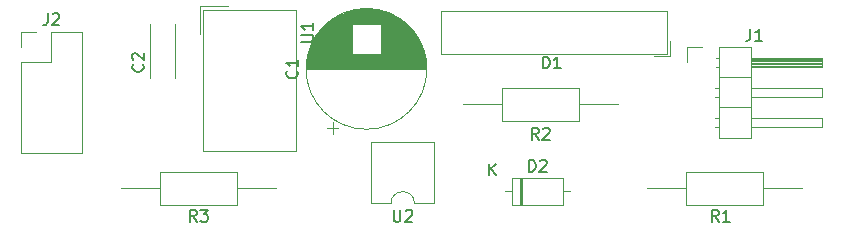
<source format=gbr>
%TF.GenerationSoftware,KiCad,Pcbnew,(5.1.10)-1*%
%TF.CreationDate,2021-06-01T20:42:40+02:00*%
%TF.ProjectId,smart-telefon,736d6172-742d-4746-956c-65666f6e2e6b,1.*%
%TF.SameCoordinates,Original*%
%TF.FileFunction,Legend,Top*%
%TF.FilePolarity,Positive*%
%FSLAX46Y46*%
G04 Gerber Fmt 4.6, Leading zero omitted, Abs format (unit mm)*
G04 Created by KiCad (PCBNEW (5.1.10)-1) date 2021-06-01 20:42:40*
%MOMM*%
%LPD*%
G01*
G04 APERTURE LIST*
%ADD10C,0.120000*%
%ADD11C,0.150000*%
G04 APERTURE END LIST*
D10*
%TO.C,C1*%
X110925000Y-72075646D02*
X111925000Y-72075646D01*
X111425000Y-72575646D02*
X111425000Y-71575646D01*
X113701000Y-62015000D02*
X114899000Y-62015000D01*
X113438000Y-62055000D02*
X115162000Y-62055000D01*
X113238000Y-62095000D02*
X115362000Y-62095000D01*
X113070000Y-62135000D02*
X115530000Y-62135000D01*
X112922000Y-62175000D02*
X115678000Y-62175000D01*
X112790000Y-62215000D02*
X115810000Y-62215000D01*
X112670000Y-62255000D02*
X115930000Y-62255000D01*
X112558000Y-62295000D02*
X116042000Y-62295000D01*
X112454000Y-62335000D02*
X116146000Y-62335000D01*
X112356000Y-62375000D02*
X116244000Y-62375000D01*
X112263000Y-62415000D02*
X116337000Y-62415000D01*
X112175000Y-62455000D02*
X116425000Y-62455000D01*
X112091000Y-62495000D02*
X116509000Y-62495000D01*
X112011000Y-62535000D02*
X116589000Y-62535000D01*
X111935000Y-62575000D02*
X116665000Y-62575000D01*
X111861000Y-62615000D02*
X116739000Y-62615000D01*
X111790000Y-62655000D02*
X116810000Y-62655000D01*
X111721000Y-62695000D02*
X116879000Y-62695000D01*
X111655000Y-62735000D02*
X116945000Y-62735000D01*
X111591000Y-62775000D02*
X117009000Y-62775000D01*
X111530000Y-62815000D02*
X117070000Y-62815000D01*
X111470000Y-62855000D02*
X117130000Y-62855000D01*
X111411000Y-62895000D02*
X117189000Y-62895000D01*
X111355000Y-62935000D02*
X117245000Y-62935000D01*
X111300000Y-62975000D02*
X117300000Y-62975000D01*
X111246000Y-63015000D02*
X117354000Y-63015000D01*
X111194000Y-63055000D02*
X117406000Y-63055000D01*
X111144000Y-63095000D02*
X117456000Y-63095000D01*
X111094000Y-63135000D02*
X117506000Y-63135000D01*
X111046000Y-63175000D02*
X117554000Y-63175000D01*
X110999000Y-63215000D02*
X117601000Y-63215000D01*
X110953000Y-63255000D02*
X117647000Y-63255000D01*
X110908000Y-63295000D02*
X117692000Y-63295000D01*
X110864000Y-63335000D02*
X117736000Y-63335000D01*
X115541000Y-63375000D02*
X117778000Y-63375000D01*
X110822000Y-63375000D02*
X113059000Y-63375000D01*
X115541000Y-63415000D02*
X117820000Y-63415000D01*
X110780000Y-63415000D02*
X113059000Y-63415000D01*
X115541000Y-63455000D02*
X117861000Y-63455000D01*
X110739000Y-63455000D02*
X113059000Y-63455000D01*
X115541000Y-63495000D02*
X117901000Y-63495000D01*
X110699000Y-63495000D02*
X113059000Y-63495000D01*
X115541000Y-63535000D02*
X117940000Y-63535000D01*
X110660000Y-63535000D02*
X113059000Y-63535000D01*
X115541000Y-63575000D02*
X117979000Y-63575000D01*
X110621000Y-63575000D02*
X113059000Y-63575000D01*
X115541000Y-63615000D02*
X118016000Y-63615000D01*
X110584000Y-63615000D02*
X113059000Y-63615000D01*
X115541000Y-63655000D02*
X118053000Y-63655000D01*
X110547000Y-63655000D02*
X113059000Y-63655000D01*
X115541000Y-63695000D02*
X118089000Y-63695000D01*
X110511000Y-63695000D02*
X113059000Y-63695000D01*
X115541000Y-63735000D02*
X118124000Y-63735000D01*
X110476000Y-63735000D02*
X113059000Y-63735000D01*
X115541000Y-63775000D02*
X118158000Y-63775000D01*
X110442000Y-63775000D02*
X113059000Y-63775000D01*
X115541000Y-63815000D02*
X118192000Y-63815000D01*
X110408000Y-63815000D02*
X113059000Y-63815000D01*
X115541000Y-63855000D02*
X118225000Y-63855000D01*
X110375000Y-63855000D02*
X113059000Y-63855000D01*
X115541000Y-63895000D02*
X118257000Y-63895000D01*
X110343000Y-63895000D02*
X113059000Y-63895000D01*
X115541000Y-63935000D02*
X118289000Y-63935000D01*
X110311000Y-63935000D02*
X113059000Y-63935000D01*
X115541000Y-63975000D02*
X118320000Y-63975000D01*
X110280000Y-63975000D02*
X113059000Y-63975000D01*
X115541000Y-64015000D02*
X118350000Y-64015000D01*
X110250000Y-64015000D02*
X113059000Y-64015000D01*
X115541000Y-64055000D02*
X118380000Y-64055000D01*
X110220000Y-64055000D02*
X113059000Y-64055000D01*
X115541000Y-64095000D02*
X118410000Y-64095000D01*
X110190000Y-64095000D02*
X113059000Y-64095000D01*
X115541000Y-64135000D02*
X118438000Y-64135000D01*
X110162000Y-64135000D02*
X113059000Y-64135000D01*
X115541000Y-64175000D02*
X118466000Y-64175000D01*
X110134000Y-64175000D02*
X113059000Y-64175000D01*
X115541000Y-64215000D02*
X118494000Y-64215000D01*
X110106000Y-64215000D02*
X113059000Y-64215000D01*
X115541000Y-64255000D02*
X118521000Y-64255000D01*
X110079000Y-64255000D02*
X113059000Y-64255000D01*
X115541000Y-64295000D02*
X118547000Y-64295000D01*
X110053000Y-64295000D02*
X113059000Y-64295000D01*
X115541000Y-64335000D02*
X118573000Y-64335000D01*
X110027000Y-64335000D02*
X113059000Y-64335000D01*
X115541000Y-64375000D02*
X118598000Y-64375000D01*
X110002000Y-64375000D02*
X113059000Y-64375000D01*
X115541000Y-64415000D02*
X118623000Y-64415000D01*
X109977000Y-64415000D02*
X113059000Y-64415000D01*
X115541000Y-64455000D02*
X118647000Y-64455000D01*
X109953000Y-64455000D02*
X113059000Y-64455000D01*
X115541000Y-64495000D02*
X118671000Y-64495000D01*
X109929000Y-64495000D02*
X113059000Y-64495000D01*
X115541000Y-64535000D02*
X118695000Y-64535000D01*
X109905000Y-64535000D02*
X113059000Y-64535000D01*
X115541000Y-64575000D02*
X118717000Y-64575000D01*
X109883000Y-64575000D02*
X113059000Y-64575000D01*
X115541000Y-64615000D02*
X118740000Y-64615000D01*
X109860000Y-64615000D02*
X113059000Y-64615000D01*
X115541000Y-64655000D02*
X118762000Y-64655000D01*
X109838000Y-64655000D02*
X113059000Y-64655000D01*
X115541000Y-64695000D02*
X118783000Y-64695000D01*
X109817000Y-64695000D02*
X113059000Y-64695000D01*
X115541000Y-64735000D02*
X118804000Y-64735000D01*
X109796000Y-64735000D02*
X113059000Y-64735000D01*
X115541000Y-64775000D02*
X118825000Y-64775000D01*
X109775000Y-64775000D02*
X113059000Y-64775000D01*
X115541000Y-64815000D02*
X118845000Y-64815000D01*
X109755000Y-64815000D02*
X113059000Y-64815000D01*
X115541000Y-64855000D02*
X118864000Y-64855000D01*
X109736000Y-64855000D02*
X113059000Y-64855000D01*
X115541000Y-64895000D02*
X118884000Y-64895000D01*
X109716000Y-64895000D02*
X113059000Y-64895000D01*
X115541000Y-64935000D02*
X118903000Y-64935000D01*
X109697000Y-64935000D02*
X113059000Y-64935000D01*
X115541000Y-64975000D02*
X118921000Y-64975000D01*
X109679000Y-64975000D02*
X113059000Y-64975000D01*
X115541000Y-65015000D02*
X118939000Y-65015000D01*
X109661000Y-65015000D02*
X113059000Y-65015000D01*
X115541000Y-65055000D02*
X118957000Y-65055000D01*
X109643000Y-65055000D02*
X113059000Y-65055000D01*
X115541000Y-65095000D02*
X118974000Y-65095000D01*
X109626000Y-65095000D02*
X113059000Y-65095000D01*
X115541000Y-65135000D02*
X118990000Y-65135000D01*
X109610000Y-65135000D02*
X113059000Y-65135000D01*
X115541000Y-65175000D02*
X119007000Y-65175000D01*
X109593000Y-65175000D02*
X113059000Y-65175000D01*
X115541000Y-65215000D02*
X119023000Y-65215000D01*
X109577000Y-65215000D02*
X113059000Y-65215000D01*
X115541000Y-65255000D02*
X119038000Y-65255000D01*
X109562000Y-65255000D02*
X113059000Y-65255000D01*
X115541000Y-65295000D02*
X119054000Y-65295000D01*
X109546000Y-65295000D02*
X113059000Y-65295000D01*
X115541000Y-65335000D02*
X119068000Y-65335000D01*
X109532000Y-65335000D02*
X113059000Y-65335000D01*
X115541000Y-65375000D02*
X119083000Y-65375000D01*
X109517000Y-65375000D02*
X113059000Y-65375000D01*
X115541000Y-65415000D02*
X119097000Y-65415000D01*
X109503000Y-65415000D02*
X113059000Y-65415000D01*
X115541000Y-65455000D02*
X119111000Y-65455000D01*
X109489000Y-65455000D02*
X113059000Y-65455000D01*
X115541000Y-65495000D02*
X119124000Y-65495000D01*
X109476000Y-65495000D02*
X113059000Y-65495000D01*
X115541000Y-65535000D02*
X119137000Y-65535000D01*
X109463000Y-65535000D02*
X113059000Y-65535000D01*
X115541000Y-65575000D02*
X119150000Y-65575000D01*
X109450000Y-65575000D02*
X113059000Y-65575000D01*
X115541000Y-65615000D02*
X119162000Y-65615000D01*
X109438000Y-65615000D02*
X113059000Y-65615000D01*
X115541000Y-65655000D02*
X119174000Y-65655000D01*
X109426000Y-65655000D02*
X113059000Y-65655000D01*
X115541000Y-65695000D02*
X119185000Y-65695000D01*
X109415000Y-65695000D02*
X113059000Y-65695000D01*
X115541000Y-65735000D02*
X119197000Y-65735000D01*
X109403000Y-65735000D02*
X113059000Y-65735000D01*
X115541000Y-65775000D02*
X119207000Y-65775000D01*
X109393000Y-65775000D02*
X113059000Y-65775000D01*
X115541000Y-65815000D02*
X119218000Y-65815000D01*
X109382000Y-65815000D02*
X113059000Y-65815000D01*
X109372000Y-65855000D02*
X119228000Y-65855000D01*
X109362000Y-65895000D02*
X119238000Y-65895000D01*
X109353000Y-65935000D02*
X119247000Y-65935000D01*
X109344000Y-65975000D02*
X119256000Y-65975000D01*
X109335000Y-66015000D02*
X119265000Y-66015000D01*
X109326000Y-66055000D02*
X119274000Y-66055000D01*
X109318000Y-66095000D02*
X119282000Y-66095000D01*
X109310000Y-66135000D02*
X119290000Y-66135000D01*
X109303000Y-66175000D02*
X119297000Y-66175000D01*
X109296000Y-66215000D02*
X119304000Y-66215000D01*
X109289000Y-66255000D02*
X119311000Y-66255000D01*
X109282000Y-66295000D02*
X119318000Y-66295000D01*
X109276000Y-66335000D02*
X119324000Y-66335000D01*
X109270000Y-66375000D02*
X119330000Y-66375000D01*
X109265000Y-66416000D02*
X119335000Y-66416000D01*
X109260000Y-66456000D02*
X119340000Y-66456000D01*
X109255000Y-66496000D02*
X119345000Y-66496000D01*
X109250000Y-66536000D02*
X119350000Y-66536000D01*
X109246000Y-66576000D02*
X119354000Y-66576000D01*
X109242000Y-66616000D02*
X119358000Y-66616000D01*
X109238000Y-66656000D02*
X119362000Y-66656000D01*
X109235000Y-66696000D02*
X119365000Y-66696000D01*
X109232000Y-66736000D02*
X119368000Y-66736000D01*
X109230000Y-66776000D02*
X119370000Y-66776000D01*
X109227000Y-66816000D02*
X119373000Y-66816000D01*
X109225000Y-66856000D02*
X119375000Y-66856000D01*
X109223000Y-66896000D02*
X119377000Y-66896000D01*
X109222000Y-66936000D02*
X119378000Y-66936000D01*
X109221000Y-66976000D02*
X119379000Y-66976000D01*
X109220000Y-67016000D02*
X119380000Y-67016000D01*
X109220000Y-67056000D02*
X119380000Y-67056000D01*
X109220000Y-67096000D02*
X119380000Y-67096000D01*
X119420000Y-67096000D02*
G75*
G03*
X119420000Y-67096000I-5120000J0D01*
G01*
%TO.C,C2*%
X98083000Y-63302000D02*
X98098000Y-63302000D01*
X95958000Y-63302000D02*
X95973000Y-63302000D01*
X98083000Y-67842000D02*
X98098000Y-67842000D01*
X95958000Y-67842000D02*
X95973000Y-67842000D01*
X98098000Y-67842000D02*
X98098000Y-63302000D01*
X95958000Y-67842000D02*
X95958000Y-63302000D01*
%TO.C,D1*%
X139768000Y-62208000D02*
X139768000Y-65808000D01*
X139768000Y-65808000D02*
X120568000Y-65808000D01*
X120568000Y-65808000D02*
X120568000Y-62208000D01*
X120568000Y-62208000D02*
X139768000Y-62208000D01*
X139968000Y-64708000D02*
X139968000Y-66008000D01*
X139968000Y-66008000D02*
X138668000Y-66008000D01*
%TO.C,D2*%
X127258000Y-76346000D02*
X127258000Y-78586000D01*
X127498000Y-76346000D02*
X127498000Y-78586000D01*
X127378000Y-76346000D02*
X127378000Y-78586000D01*
X131548000Y-77466000D02*
X130898000Y-77466000D01*
X126008000Y-77466000D02*
X126658000Y-77466000D01*
X130898000Y-76346000D02*
X126658000Y-76346000D01*
X130898000Y-78586000D02*
X130898000Y-76346000D01*
X126658000Y-78586000D02*
X130898000Y-78586000D01*
X126658000Y-76346000D02*
X126658000Y-78586000D01*
%TO.C,J1*%
X141478000Y-65278000D02*
X142748000Y-65278000D01*
X141478000Y-66548000D02*
X141478000Y-65278000D01*
X143790929Y-72008000D02*
X144188000Y-72008000D01*
X143790929Y-71248000D02*
X144188000Y-71248000D01*
X152848000Y-72008000D02*
X146848000Y-72008000D01*
X152848000Y-71248000D02*
X152848000Y-72008000D01*
X146848000Y-71248000D02*
X152848000Y-71248000D01*
X144188000Y-70358000D02*
X146848000Y-70358000D01*
X143790929Y-69468000D02*
X144188000Y-69468000D01*
X143790929Y-68708000D02*
X144188000Y-68708000D01*
X152848000Y-69468000D02*
X146848000Y-69468000D01*
X152848000Y-68708000D02*
X152848000Y-69468000D01*
X146848000Y-68708000D02*
X152848000Y-68708000D01*
X144188000Y-67818000D02*
X146848000Y-67818000D01*
X143858000Y-66928000D02*
X144188000Y-66928000D01*
X143858000Y-66168000D02*
X144188000Y-66168000D01*
X146848000Y-66828000D02*
X152848000Y-66828000D01*
X146848000Y-66708000D02*
X152848000Y-66708000D01*
X146848000Y-66588000D02*
X152848000Y-66588000D01*
X146848000Y-66468000D02*
X152848000Y-66468000D01*
X146848000Y-66348000D02*
X152848000Y-66348000D01*
X146848000Y-66228000D02*
X152848000Y-66228000D01*
X152848000Y-66928000D02*
X146848000Y-66928000D01*
X152848000Y-66168000D02*
X152848000Y-66928000D01*
X146848000Y-66168000D02*
X152848000Y-66168000D01*
X146848000Y-65218000D02*
X144188000Y-65218000D01*
X146848000Y-72958000D02*
X146848000Y-65218000D01*
X144188000Y-72958000D02*
X146848000Y-72958000D01*
X144188000Y-65218000D02*
X144188000Y-72958000D01*
%TO.C,J2*%
X85030000Y-63943000D02*
X86360000Y-63943000D01*
X85030000Y-65273000D02*
X85030000Y-63943000D01*
X87630000Y-63943000D02*
X90230000Y-63943000D01*
X87630000Y-66543000D02*
X87630000Y-63943000D01*
X85030000Y-66543000D02*
X87630000Y-66543000D01*
X90230000Y-63943000D02*
X90230000Y-74223000D01*
X85030000Y-66543000D02*
X85030000Y-74223000D01*
X85030000Y-74223000D02*
X90230000Y-74223000D01*
%TO.C,R1*%
X138048000Y-77216000D02*
X141358000Y-77216000D01*
X151208000Y-77216000D02*
X147898000Y-77216000D01*
X141358000Y-78586000D02*
X147898000Y-78586000D01*
X141358000Y-75846000D02*
X141358000Y-78586000D01*
X147898000Y-75846000D02*
X141358000Y-75846000D01*
X147898000Y-78586000D02*
X147898000Y-75846000D01*
%TO.C,R2*%
X132302000Y-71474000D02*
X132302000Y-68734000D01*
X132302000Y-68734000D02*
X125762000Y-68734000D01*
X125762000Y-68734000D02*
X125762000Y-71474000D01*
X125762000Y-71474000D02*
X132302000Y-71474000D01*
X135612000Y-70104000D02*
X132302000Y-70104000D01*
X122452000Y-70104000D02*
X125762000Y-70104000D01*
%TO.C,R3*%
X93496000Y-77216000D02*
X96806000Y-77216000D01*
X106656000Y-77216000D02*
X103346000Y-77216000D01*
X96806000Y-78586000D02*
X103346000Y-78586000D01*
X96806000Y-75846000D02*
X96806000Y-78586000D01*
X103346000Y-75846000D02*
X96806000Y-75846000D01*
X103346000Y-78586000D02*
X103346000Y-75846000D01*
%TO.C,U1*%
X100496000Y-62112000D02*
X108346000Y-62112000D01*
X108346000Y-62112000D02*
X108346000Y-74052000D01*
X108346000Y-74052000D02*
X100496000Y-74052000D01*
X100496000Y-74052000D02*
X100496000Y-62112000D01*
X102616000Y-61782000D02*
X100166000Y-61782000D01*
X100166000Y-61782000D02*
X100166000Y-64112000D01*
%TO.C,U2*%
X114719000Y-78496000D02*
X116369000Y-78496000D01*
X114719000Y-73296000D02*
X114719000Y-78496000D01*
X120019000Y-73296000D02*
X114719000Y-73296000D01*
X120019000Y-78496000D02*
X120019000Y-73296000D01*
X118369000Y-78496000D02*
X120019000Y-78496000D01*
X116369000Y-78496000D02*
G75*
G02*
X118369000Y-78496000I1000000J0D01*
G01*
%TO.C,C1*%
D11*
X108407142Y-67262666D02*
X108454761Y-67310285D01*
X108502380Y-67453142D01*
X108502380Y-67548380D01*
X108454761Y-67691238D01*
X108359523Y-67786476D01*
X108264285Y-67834095D01*
X108073809Y-67881714D01*
X107930952Y-67881714D01*
X107740476Y-67834095D01*
X107645238Y-67786476D01*
X107550000Y-67691238D01*
X107502380Y-67548380D01*
X107502380Y-67453142D01*
X107550000Y-67310285D01*
X107597619Y-67262666D01*
X108502380Y-66310285D02*
X108502380Y-66881714D01*
X108502380Y-66596000D02*
X107502380Y-66596000D01*
X107645238Y-66691238D01*
X107740476Y-66786476D01*
X107788095Y-66881714D01*
%TO.C,C2*%
X95353142Y-66714666D02*
X95400761Y-66762285D01*
X95448380Y-66905142D01*
X95448380Y-67000380D01*
X95400761Y-67143238D01*
X95305523Y-67238476D01*
X95210285Y-67286095D01*
X95019809Y-67333714D01*
X94876952Y-67333714D01*
X94686476Y-67286095D01*
X94591238Y-67238476D01*
X94496000Y-67143238D01*
X94448380Y-67000380D01*
X94448380Y-66905142D01*
X94496000Y-66762285D01*
X94543619Y-66714666D01*
X94543619Y-66333714D02*
X94496000Y-66286095D01*
X94448380Y-66190857D01*
X94448380Y-65952761D01*
X94496000Y-65857523D01*
X94543619Y-65809904D01*
X94638857Y-65762285D01*
X94734095Y-65762285D01*
X94876952Y-65809904D01*
X95448380Y-66381333D01*
X95448380Y-65762285D01*
%TO.C,D1*%
X129229904Y-67060380D02*
X129229904Y-66060380D01*
X129468000Y-66060380D01*
X129610857Y-66108000D01*
X129706095Y-66203238D01*
X129753714Y-66298476D01*
X129801333Y-66488952D01*
X129801333Y-66631809D01*
X129753714Y-66822285D01*
X129706095Y-66917523D01*
X129610857Y-67012761D01*
X129468000Y-67060380D01*
X129229904Y-67060380D01*
X130753714Y-67060380D02*
X130182285Y-67060380D01*
X130468000Y-67060380D02*
X130468000Y-66060380D01*
X130372761Y-66203238D01*
X130277523Y-66298476D01*
X130182285Y-66346095D01*
%TO.C,D2*%
X128039904Y-75798380D02*
X128039904Y-74798380D01*
X128278000Y-74798380D01*
X128420857Y-74846000D01*
X128516095Y-74941238D01*
X128563714Y-75036476D01*
X128611333Y-75226952D01*
X128611333Y-75369809D01*
X128563714Y-75560285D01*
X128516095Y-75655523D01*
X128420857Y-75750761D01*
X128278000Y-75798380D01*
X128039904Y-75798380D01*
X128992285Y-74893619D02*
X129039904Y-74846000D01*
X129135142Y-74798380D01*
X129373238Y-74798380D01*
X129468476Y-74846000D01*
X129516095Y-74893619D01*
X129563714Y-74988857D01*
X129563714Y-75084095D01*
X129516095Y-75226952D01*
X128944666Y-75798380D01*
X129563714Y-75798380D01*
X124706095Y-76118380D02*
X124706095Y-75118380D01*
X125277523Y-76118380D02*
X124848952Y-75546952D01*
X125277523Y-75118380D02*
X124706095Y-75689809D01*
%TO.C,J1*%
X146799666Y-63730380D02*
X146799666Y-64444666D01*
X146752047Y-64587523D01*
X146656809Y-64682761D01*
X146513952Y-64730380D01*
X146418714Y-64730380D01*
X147799666Y-64730380D02*
X147228238Y-64730380D01*
X147513952Y-64730380D02*
X147513952Y-63730380D01*
X147418714Y-63873238D01*
X147323476Y-63968476D01*
X147228238Y-64016095D01*
%TO.C,J2*%
X87296666Y-62395380D02*
X87296666Y-63109666D01*
X87249047Y-63252523D01*
X87153809Y-63347761D01*
X87010952Y-63395380D01*
X86915714Y-63395380D01*
X87725238Y-62490619D02*
X87772857Y-62443000D01*
X87868095Y-62395380D01*
X88106190Y-62395380D01*
X88201428Y-62443000D01*
X88249047Y-62490619D01*
X88296666Y-62585857D01*
X88296666Y-62681095D01*
X88249047Y-62823952D01*
X87677619Y-63395380D01*
X88296666Y-63395380D01*
%TO.C,R1*%
X144105333Y-80038380D02*
X143772000Y-79562190D01*
X143533904Y-80038380D02*
X143533904Y-79038380D01*
X143914857Y-79038380D01*
X144010095Y-79086000D01*
X144057714Y-79133619D01*
X144105333Y-79228857D01*
X144105333Y-79371714D01*
X144057714Y-79466952D01*
X144010095Y-79514571D01*
X143914857Y-79562190D01*
X143533904Y-79562190D01*
X145057714Y-80038380D02*
X144486285Y-80038380D01*
X144772000Y-80038380D02*
X144772000Y-79038380D01*
X144676761Y-79181238D01*
X144581523Y-79276476D01*
X144486285Y-79324095D01*
%TO.C,R2*%
X128865333Y-73096380D02*
X128532000Y-72620190D01*
X128293904Y-73096380D02*
X128293904Y-72096380D01*
X128674857Y-72096380D01*
X128770095Y-72144000D01*
X128817714Y-72191619D01*
X128865333Y-72286857D01*
X128865333Y-72429714D01*
X128817714Y-72524952D01*
X128770095Y-72572571D01*
X128674857Y-72620190D01*
X128293904Y-72620190D01*
X129246285Y-72191619D02*
X129293904Y-72144000D01*
X129389142Y-72096380D01*
X129627238Y-72096380D01*
X129722476Y-72144000D01*
X129770095Y-72191619D01*
X129817714Y-72286857D01*
X129817714Y-72382095D01*
X129770095Y-72524952D01*
X129198666Y-73096380D01*
X129817714Y-73096380D01*
%TO.C,R3*%
X99909333Y-80038380D02*
X99576000Y-79562190D01*
X99337904Y-80038380D02*
X99337904Y-79038380D01*
X99718857Y-79038380D01*
X99814095Y-79086000D01*
X99861714Y-79133619D01*
X99909333Y-79228857D01*
X99909333Y-79371714D01*
X99861714Y-79466952D01*
X99814095Y-79514571D01*
X99718857Y-79562190D01*
X99337904Y-79562190D01*
X100242666Y-79038380D02*
X100861714Y-79038380D01*
X100528380Y-79419333D01*
X100671238Y-79419333D01*
X100766476Y-79466952D01*
X100814095Y-79514571D01*
X100861714Y-79609809D01*
X100861714Y-79847904D01*
X100814095Y-79943142D01*
X100766476Y-79990761D01*
X100671238Y-80038380D01*
X100385523Y-80038380D01*
X100290285Y-79990761D01*
X100242666Y-79943142D01*
%TO.C,U1*%
X108778380Y-64793904D02*
X109587904Y-64793904D01*
X109683142Y-64746285D01*
X109730761Y-64698666D01*
X109778380Y-64603428D01*
X109778380Y-64412952D01*
X109730761Y-64317714D01*
X109683142Y-64270095D01*
X109587904Y-64222476D01*
X108778380Y-64222476D01*
X109778380Y-63222476D02*
X109778380Y-63793904D01*
X109778380Y-63508190D02*
X108778380Y-63508190D01*
X108921238Y-63603428D01*
X109016476Y-63698666D01*
X109064095Y-63793904D01*
%TO.C,U2*%
X116607095Y-79038380D02*
X116607095Y-79847904D01*
X116654714Y-79943142D01*
X116702333Y-79990761D01*
X116797571Y-80038380D01*
X116988047Y-80038380D01*
X117083285Y-79990761D01*
X117130904Y-79943142D01*
X117178523Y-79847904D01*
X117178523Y-79038380D01*
X117607095Y-79133619D02*
X117654714Y-79086000D01*
X117749952Y-79038380D01*
X117988047Y-79038380D01*
X118083285Y-79086000D01*
X118130904Y-79133619D01*
X118178523Y-79228857D01*
X118178523Y-79324095D01*
X118130904Y-79466952D01*
X117559476Y-80038380D01*
X118178523Y-80038380D01*
%TD*%
M02*

</source>
